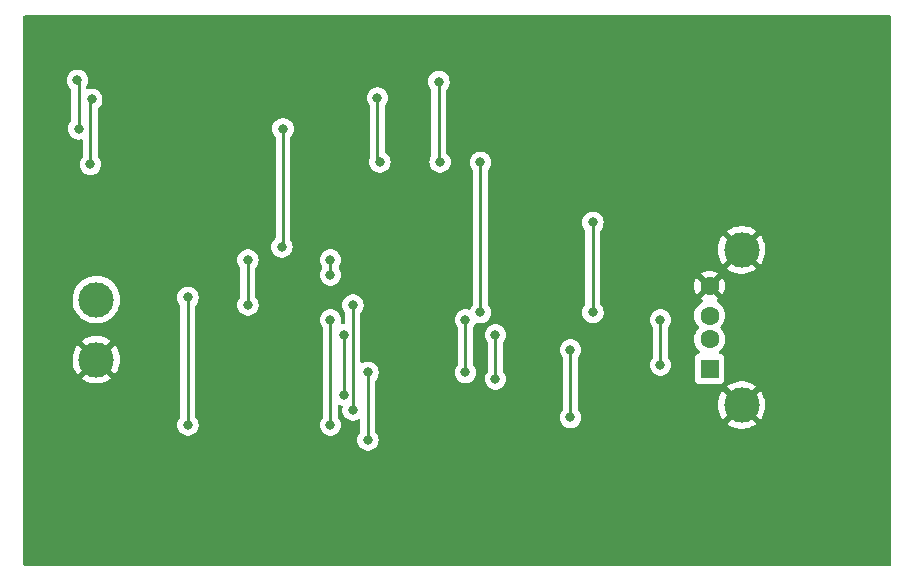
<source format=gbr>
%TF.GenerationSoftware,KiCad,Pcbnew,(6.0.4)*%
%TF.CreationDate,2022-04-27T22:38:45-07:00*%
%TF.ProjectId,SolarChargerV6,536f6c61-7243-4686-9172-67657256362e,rev?*%
%TF.SameCoordinates,Original*%
%TF.FileFunction,Copper,L2,Bot*%
%TF.FilePolarity,Positive*%
%FSLAX46Y46*%
G04 Gerber Fmt 4.6, Leading zero omitted, Abs format (unit mm)*
G04 Created by KiCad (PCBNEW (6.0.4)) date 2022-04-27 22:38:45*
%MOMM*%
%LPD*%
G01*
G04 APERTURE LIST*
%TA.AperFunction,ComponentPad*%
%ADD10C,3.000000*%
%TD*%
%TA.AperFunction,ComponentPad*%
%ADD11R,1.500000X1.600000*%
%TD*%
%TA.AperFunction,ComponentPad*%
%ADD12C,1.600000*%
%TD*%
%TA.AperFunction,ViaPad*%
%ADD13C,0.800000*%
%TD*%
%TA.AperFunction,Conductor*%
%ADD14C,0.250000*%
%TD*%
G04 APERTURE END LIST*
D10*
%TO.P,SC1,1,+*%
%TO.N,Net-(C1-Pad1)*%
X100200000Y-68760000D03*
%TO.P,SC1,2,-*%
%TO.N,GND*%
X100200000Y-73840000D03*
%TD*%
D11*
%TO.P,J1,1,VBUS*%
%TO.N,Net-(C7-Pad1)*%
X152120000Y-74620000D03*
D12*
%TO.P,J1,2,D-*%
%TO.N,unconnected-(J1-Pad2)*%
X152120000Y-72120000D03*
%TO.P,J1,3,D+*%
%TO.N,unconnected-(J1-Pad3)*%
X152120000Y-70120000D03*
%TO.P,J1,4,GND*%
%TO.N,GND*%
X152120000Y-67620000D03*
D10*
%TO.P,J1,5,Shield*%
X154830000Y-64550000D03*
X154830000Y-77690000D03*
%TD*%
D13*
%TO.N,GND*%
X97600000Y-73700000D03*
%TO.N,Net-(C4-Pad1)*%
X120015000Y-70485000D03*
X120015000Y-79375000D03*
%TO.N,Net-(C5-Pad1)*%
X140335000Y-78740000D03*
X140335000Y-73025000D03*
%TO.N,GND*%
X127000000Y-81915000D03*
X127000000Y-74205500D03*
X97600000Y-59800000D03*
X147320000Y-64770000D03*
X104140000Y-76835000D03*
X147320000Y-59690000D03*
X109855000Y-74930000D03*
X109855000Y-79375000D03*
X104140000Y-83820000D03*
X109855000Y-82550000D03*
%TO.N,Net-(C1-Pad1)*%
X116000000Y-54300000D03*
X115900000Y-64300000D03*
X107950000Y-79375000D03*
X107950000Y-68580000D03*
%TO.N,Net-(C2-Pad1)*%
X120015000Y-65405000D03*
X113030000Y-69215000D03*
X120015000Y-66675000D03*
X113030000Y-65405000D03*
%TO.N,Net-(R3-Pad1)*%
X123190000Y-74930000D03*
X131445000Y-70485000D03*
X131445000Y-74930000D03*
X123190000Y-80645000D03*
%TO.N,Net-(R4-Pad1)*%
X121920000Y-69215000D03*
X121920000Y-78105000D03*
%TO.N,Net-(C7-Pad1)*%
X142240000Y-62230000D03*
X147955000Y-70485000D03*
X142240000Y-69850000D03*
X147955000Y-74295000D03*
%TO.N,Net-(R6-Pad2)*%
X121195500Y-71755000D03*
X121195500Y-76835000D03*
%TO.N,Net-(C6-Pad1)*%
X132715000Y-69850000D03*
X132715000Y-57150000D03*
X124000000Y-51700000D03*
X99800000Y-51800000D03*
X99700000Y-57300000D03*
X124200000Y-57100000D03*
%TO.N,Net-(Q1-Pad4)*%
X133985000Y-71755000D03*
X133985000Y-75475500D03*
%TO.N,Net-(C6-Pad2)*%
X129200000Y-50300000D03*
X98700000Y-54300000D03*
X129300000Y-57100000D03*
X98600000Y-50200000D03*
%TD*%
D14*
%TO.N,GND*%
X97600000Y-59800000D02*
X97600000Y-73700000D01*
%TO.N,Net-(C4-Pad1)*%
X120015000Y-79375000D02*
X120015000Y-70485000D01*
%TO.N,Net-(C5-Pad1)*%
X140335000Y-78740000D02*
X140335000Y-73025000D01*
%TO.N,GND*%
X147320000Y-64770000D02*
X147320000Y-59690000D01*
X104140000Y-83820000D02*
X104140000Y-76835000D01*
X127000000Y-74205500D02*
X127000000Y-81915000D01*
X109855000Y-82550000D02*
X109855000Y-79375000D01*
X109855000Y-74930000D02*
X109855000Y-79375000D01*
%TO.N,Net-(C1-Pad1)*%
X107950000Y-79375000D02*
X107950000Y-68580000D01*
X116000000Y-54300000D02*
X116000000Y-64200000D01*
X116000000Y-64200000D02*
X115900000Y-64300000D01*
%TO.N,Net-(C2-Pad1)*%
X113030000Y-69215000D02*
X113030000Y-65405000D01*
X120015000Y-65405000D02*
X120015000Y-66675000D01*
%TO.N,Net-(R3-Pad1)*%
X131445000Y-74930000D02*
X131445000Y-70485000D01*
X123190000Y-80645000D02*
X123190000Y-74930000D01*
%TO.N,Net-(R4-Pad1)*%
X121920000Y-69215000D02*
X121920000Y-78105000D01*
%TO.N,Net-(C7-Pad1)*%
X142240000Y-62230000D02*
X142240000Y-69850000D01*
X147955000Y-74295000D02*
X147955000Y-70485000D01*
%TO.N,Net-(R6-Pad2)*%
X121195500Y-71755000D02*
X121195500Y-76835000D01*
%TO.N,Net-(C6-Pad1)*%
X124000000Y-51700000D02*
X124000000Y-56900000D01*
X132715000Y-69850000D02*
X132715000Y-57150000D01*
X99700000Y-57300000D02*
X99700000Y-51900000D01*
X124000000Y-56900000D02*
X124200000Y-57100000D01*
X99700000Y-51900000D02*
X99800000Y-51800000D01*
%TO.N,Net-(Q1-Pad4)*%
X133985000Y-71755000D02*
X133985000Y-75475500D01*
%TO.N,Net-(C6-Pad2)*%
X98700000Y-50300000D02*
X98600000Y-50200000D01*
X129200000Y-50300000D02*
X129200000Y-57000000D01*
X129200000Y-57000000D02*
X129300000Y-57100000D01*
X98700000Y-54300000D02*
X98700000Y-50300000D01*
%TD*%
%TA.AperFunction,Conductor*%
%TO.N,GND*%
G36*
X167433621Y-44728502D02*
G01*
X167480114Y-44782158D01*
X167491500Y-44834500D01*
X167491500Y-91165500D01*
X167471498Y-91233621D01*
X167417842Y-91280114D01*
X167365500Y-91291500D01*
X94134500Y-91291500D01*
X94066379Y-91271498D01*
X94019886Y-91217842D01*
X94008500Y-91165500D01*
X94008500Y-79375000D01*
X107036496Y-79375000D01*
X107037186Y-79381565D01*
X107053187Y-79533803D01*
X107056458Y-79564928D01*
X107115473Y-79746556D01*
X107210960Y-79911944D01*
X107338747Y-80053866D01*
X107493248Y-80166118D01*
X107499276Y-80168802D01*
X107499278Y-80168803D01*
X107661681Y-80241109D01*
X107667712Y-80243794D01*
X107761113Y-80263647D01*
X107848056Y-80282128D01*
X107848061Y-80282128D01*
X107854513Y-80283500D01*
X108045487Y-80283500D01*
X108051939Y-80282128D01*
X108051944Y-80282128D01*
X108138887Y-80263647D01*
X108232288Y-80243794D01*
X108238319Y-80241109D01*
X108400722Y-80168803D01*
X108400724Y-80168802D01*
X108406752Y-80166118D01*
X108561253Y-80053866D01*
X108689040Y-79911944D01*
X108784527Y-79746556D01*
X108843542Y-79564928D01*
X108846814Y-79533803D01*
X108862814Y-79381565D01*
X108863504Y-79375000D01*
X119101496Y-79375000D01*
X119102186Y-79381565D01*
X119118187Y-79533803D01*
X119121458Y-79564928D01*
X119180473Y-79746556D01*
X119275960Y-79911944D01*
X119403747Y-80053866D01*
X119558248Y-80166118D01*
X119564276Y-80168802D01*
X119564278Y-80168803D01*
X119726681Y-80241109D01*
X119732712Y-80243794D01*
X119826113Y-80263647D01*
X119913056Y-80282128D01*
X119913061Y-80282128D01*
X119919513Y-80283500D01*
X120110487Y-80283500D01*
X120116939Y-80282128D01*
X120116944Y-80282128D01*
X120203887Y-80263647D01*
X120297288Y-80243794D01*
X120303319Y-80241109D01*
X120465722Y-80168803D01*
X120465724Y-80168802D01*
X120471752Y-80166118D01*
X120626253Y-80053866D01*
X120754040Y-79911944D01*
X120849527Y-79746556D01*
X120908542Y-79564928D01*
X120911814Y-79533803D01*
X120927814Y-79381565D01*
X120928504Y-79375000D01*
X120908542Y-79185072D01*
X120849527Y-79003444D01*
X120754040Y-78838056D01*
X120680863Y-78756785D01*
X120650147Y-78692779D01*
X120648500Y-78672476D01*
X120648500Y-77779960D01*
X120668502Y-77711839D01*
X120722158Y-77665346D01*
X120792432Y-77655242D01*
X120825748Y-77664853D01*
X120853454Y-77677188D01*
X120888890Y-77692965D01*
X120913212Y-77703794D01*
X120919667Y-77705166D01*
X120919676Y-77705169D01*
X120946478Y-77710866D01*
X121008951Y-77744594D01*
X121043272Y-77806744D01*
X121040113Y-77873046D01*
X121026458Y-77915072D01*
X121006496Y-78105000D01*
X121007186Y-78111565D01*
X121018055Y-78214974D01*
X121026458Y-78294928D01*
X121085473Y-78476556D01*
X121180960Y-78641944D01*
X121308747Y-78783866D01*
X121463248Y-78896118D01*
X121469276Y-78898802D01*
X121469278Y-78898803D01*
X121631681Y-78971109D01*
X121637712Y-78973794D01*
X121731113Y-78993647D01*
X121818056Y-79012128D01*
X121818061Y-79012128D01*
X121824513Y-79013500D01*
X122015487Y-79013500D01*
X122021939Y-79012128D01*
X122021944Y-79012128D01*
X122108887Y-78993647D01*
X122202288Y-78973794D01*
X122226656Y-78962945D01*
X122376752Y-78896118D01*
X122377677Y-78898196D01*
X122436488Y-78883924D01*
X122503581Y-78907141D01*
X122547472Y-78962945D01*
X122556500Y-79009782D01*
X122556500Y-79942476D01*
X122536498Y-80010597D01*
X122524142Y-80026779D01*
X122450960Y-80108056D01*
X122355473Y-80273444D01*
X122296458Y-80455072D01*
X122276496Y-80645000D01*
X122296458Y-80834928D01*
X122355473Y-81016556D01*
X122450960Y-81181944D01*
X122578747Y-81323866D01*
X122733248Y-81436118D01*
X122739276Y-81438802D01*
X122739278Y-81438803D01*
X122901681Y-81511109D01*
X122907712Y-81513794D01*
X123001112Y-81533647D01*
X123088056Y-81552128D01*
X123088061Y-81552128D01*
X123094513Y-81553500D01*
X123285487Y-81553500D01*
X123291939Y-81552128D01*
X123291944Y-81552128D01*
X123378888Y-81533647D01*
X123472288Y-81513794D01*
X123478319Y-81511109D01*
X123640722Y-81438803D01*
X123640724Y-81438802D01*
X123646752Y-81436118D01*
X123801253Y-81323866D01*
X123929040Y-81181944D01*
X124024527Y-81016556D01*
X124083542Y-80834928D01*
X124103504Y-80645000D01*
X124083542Y-80455072D01*
X124024527Y-80273444D01*
X123929040Y-80108056D01*
X123855863Y-80026785D01*
X123825147Y-79962779D01*
X123823500Y-79942476D01*
X123823500Y-78740000D01*
X139421496Y-78740000D01*
X139422186Y-78746565D01*
X139438187Y-78898803D01*
X139441458Y-78929928D01*
X139500473Y-79111556D01*
X139595960Y-79276944D01*
X139723747Y-79418866D01*
X139878248Y-79531118D01*
X139884276Y-79533802D01*
X139884278Y-79533803D01*
X140046681Y-79606109D01*
X140052712Y-79608794D01*
X140146113Y-79628647D01*
X140233056Y-79647128D01*
X140233061Y-79647128D01*
X140239513Y-79648500D01*
X140430487Y-79648500D01*
X140436939Y-79647128D01*
X140436944Y-79647128D01*
X140523887Y-79628647D01*
X140617288Y-79608794D01*
X140623319Y-79606109D01*
X140785722Y-79533803D01*
X140785724Y-79533802D01*
X140791752Y-79531118D01*
X140946253Y-79418866D01*
X141071600Y-79279654D01*
X153605618Y-79279654D01*
X153612673Y-79289627D01*
X153643679Y-79315551D01*
X153650598Y-79320579D01*
X153875272Y-79461515D01*
X153882807Y-79465556D01*
X154124520Y-79574694D01*
X154132551Y-79577680D01*
X154386832Y-79653002D01*
X154395184Y-79654869D01*
X154657340Y-79694984D01*
X154665874Y-79695700D01*
X154931045Y-79699867D01*
X154939596Y-79699418D01*
X155202883Y-79667557D01*
X155211284Y-79665955D01*
X155467824Y-79598653D01*
X155475926Y-79595926D01*
X155720949Y-79494434D01*
X155728617Y-79490628D01*
X155957598Y-79356822D01*
X155964679Y-79352009D01*
X156044655Y-79289301D01*
X156053125Y-79277442D01*
X156046608Y-79265818D01*
X154842812Y-78062022D01*
X154828868Y-78054408D01*
X154827035Y-78054539D01*
X154820420Y-78058790D01*
X153612910Y-79266300D01*
X153605618Y-79279654D01*
X141071600Y-79279654D01*
X141074040Y-79276944D01*
X141169527Y-79111556D01*
X141228542Y-78929928D01*
X141231814Y-78898803D01*
X141247814Y-78746565D01*
X141248504Y-78740000D01*
X141228542Y-78550072D01*
X141169527Y-78368444D01*
X141074040Y-78203056D01*
X141000863Y-78121785D01*
X140970147Y-78057779D01*
X140968500Y-78037476D01*
X140968500Y-77673204D01*
X152817665Y-77673204D01*
X152832932Y-77937969D01*
X152834005Y-77946470D01*
X152885065Y-78206722D01*
X152887276Y-78214974D01*
X152973184Y-78465894D01*
X152976499Y-78473779D01*
X153095664Y-78710713D01*
X153100020Y-78718079D01*
X153229347Y-78906250D01*
X153239601Y-78914594D01*
X153253342Y-78907448D01*
X154457978Y-77702812D01*
X154464356Y-77691132D01*
X155194408Y-77691132D01*
X155194539Y-77692965D01*
X155198790Y-77699580D01*
X156405730Y-78906520D01*
X156417939Y-78913187D01*
X156429439Y-78904497D01*
X156526831Y-78771913D01*
X156531418Y-78764685D01*
X156657962Y-78531621D01*
X156661530Y-78523827D01*
X156755271Y-78275750D01*
X156757748Y-78267544D01*
X156816954Y-78009038D01*
X156818294Y-78000577D01*
X156842031Y-77734616D01*
X156842277Y-77729677D01*
X156842666Y-77692485D01*
X156842523Y-77687519D01*
X156824362Y-77421123D01*
X156823201Y-77412649D01*
X156769419Y-77152944D01*
X156767120Y-77144709D01*
X156678588Y-76894705D01*
X156675191Y-76886854D01*
X156553550Y-76651178D01*
X156549122Y-76643866D01*
X156430031Y-76474417D01*
X156419509Y-76466037D01*
X156406121Y-76473089D01*
X155202022Y-77677188D01*
X155194408Y-77691132D01*
X154464356Y-77691132D01*
X154465592Y-77688868D01*
X154465461Y-77687035D01*
X154461210Y-77680420D01*
X153253814Y-76473024D01*
X153241804Y-76466466D01*
X153230064Y-76475434D01*
X153121935Y-76625911D01*
X153117418Y-76633196D01*
X152993325Y-76867567D01*
X152989839Y-76875395D01*
X152898700Y-77124446D01*
X152896311Y-77132670D01*
X152839812Y-77391795D01*
X152838563Y-77400250D01*
X152817754Y-77664653D01*
X152817665Y-77673204D01*
X140968500Y-77673204D01*
X140968500Y-76102500D01*
X153606584Y-76102500D01*
X153612980Y-76113770D01*
X154817188Y-77317978D01*
X154831132Y-77325592D01*
X154832965Y-77325461D01*
X154839580Y-77321210D01*
X156046604Y-76114186D01*
X156053795Y-76101017D01*
X156046473Y-76090780D01*
X155999233Y-76052115D01*
X155992261Y-76047160D01*
X155766122Y-75908582D01*
X155758552Y-75904624D01*
X155515704Y-75798022D01*
X155507644Y-75795120D01*
X155252592Y-75722467D01*
X155244214Y-75720685D01*
X154981656Y-75683318D01*
X154973111Y-75682691D01*
X154707908Y-75681302D01*
X154699374Y-75681839D01*
X154436433Y-75716456D01*
X154428035Y-75718149D01*
X154172238Y-75788127D01*
X154164143Y-75790946D01*
X153920199Y-75894997D01*
X153912577Y-75898881D01*
X153685013Y-76035075D01*
X153677981Y-76039962D01*
X153615053Y-76090377D01*
X153606584Y-76102500D01*
X140968500Y-76102500D01*
X140968500Y-74295000D01*
X147041496Y-74295000D01*
X147061458Y-74484928D01*
X147120473Y-74666556D01*
X147215960Y-74831944D01*
X147343747Y-74973866D01*
X147498248Y-75086118D01*
X147504276Y-75088802D01*
X147504278Y-75088803D01*
X147666681Y-75161109D01*
X147672712Y-75163794D01*
X147766113Y-75183647D01*
X147853056Y-75202128D01*
X147853061Y-75202128D01*
X147859513Y-75203500D01*
X148050487Y-75203500D01*
X148056939Y-75202128D01*
X148056944Y-75202128D01*
X148143887Y-75183647D01*
X148237288Y-75163794D01*
X148243319Y-75161109D01*
X148405722Y-75088803D01*
X148405724Y-75088802D01*
X148411752Y-75086118D01*
X148566253Y-74973866D01*
X148694040Y-74831944D01*
X148789527Y-74666556D01*
X148848542Y-74484928D01*
X148868504Y-74295000D01*
X148853325Y-74150577D01*
X148849232Y-74111635D01*
X148849232Y-74111633D01*
X148848542Y-74105072D01*
X148789527Y-73923444D01*
X148694040Y-73758056D01*
X148620863Y-73676785D01*
X148590147Y-73612779D01*
X148588500Y-73592476D01*
X148588500Y-72120000D01*
X150806502Y-72120000D01*
X150826457Y-72348087D01*
X150827881Y-72353400D01*
X150827881Y-72353402D01*
X150850341Y-72437221D01*
X150885716Y-72569243D01*
X150888039Y-72574224D01*
X150888039Y-72574225D01*
X150980151Y-72771762D01*
X150980154Y-72771767D01*
X150982477Y-72776749D01*
X151113802Y-72964300D01*
X151272642Y-73123140D01*
X151306668Y-73185452D01*
X151301603Y-73256267D01*
X151259056Y-73313103D01*
X151227777Y-73330216D01*
X151181362Y-73347617D01*
X151131705Y-73366232D01*
X151131704Y-73366233D01*
X151123295Y-73369385D01*
X151006739Y-73456739D01*
X150919385Y-73573295D01*
X150868255Y-73709684D01*
X150861500Y-73771866D01*
X150861500Y-75468134D01*
X150868255Y-75530316D01*
X150919385Y-75666705D01*
X151006739Y-75783261D01*
X151123295Y-75870615D01*
X151259684Y-75921745D01*
X151321866Y-75928500D01*
X152918134Y-75928500D01*
X152980316Y-75921745D01*
X153116705Y-75870615D01*
X153233261Y-75783261D01*
X153320615Y-75666705D01*
X153371745Y-75530316D01*
X153378500Y-75468134D01*
X153378500Y-73771866D01*
X153371745Y-73709684D01*
X153320615Y-73573295D01*
X153233261Y-73456739D01*
X153116705Y-73369385D01*
X153108296Y-73366233D01*
X153108295Y-73366232D01*
X153058638Y-73347617D01*
X153012223Y-73330217D01*
X152955459Y-73287576D01*
X152930759Y-73221015D01*
X152945966Y-73151666D01*
X152967358Y-73123140D01*
X153126198Y-72964300D01*
X153257523Y-72776749D01*
X153259846Y-72771767D01*
X153259849Y-72771762D01*
X153351961Y-72574225D01*
X153351961Y-72574224D01*
X153354284Y-72569243D01*
X153389660Y-72437221D01*
X153412119Y-72353402D01*
X153412119Y-72353400D01*
X153413543Y-72348087D01*
X153433498Y-72120000D01*
X153413543Y-71891913D01*
X153412119Y-71886598D01*
X153355707Y-71676067D01*
X153355706Y-71676065D01*
X153354284Y-71670757D01*
X153302075Y-71558794D01*
X153259849Y-71468238D01*
X153259846Y-71468233D01*
X153257523Y-71463251D01*
X153126198Y-71275700D01*
X153059593Y-71209095D01*
X153025567Y-71146783D01*
X153030632Y-71075968D01*
X153059593Y-71030905D01*
X153126198Y-70964300D01*
X153257523Y-70776749D01*
X153259846Y-70771767D01*
X153259849Y-70771762D01*
X153351961Y-70574225D01*
X153351961Y-70574224D01*
X153354284Y-70569243D01*
X153363192Y-70536000D01*
X153412119Y-70353402D01*
X153412119Y-70353400D01*
X153413543Y-70348087D01*
X153433498Y-70120000D01*
X153413543Y-69891913D01*
X153407446Y-69869158D01*
X153355707Y-69676067D01*
X153355706Y-69676065D01*
X153354284Y-69670757D01*
X153328847Y-69616206D01*
X153259849Y-69468238D01*
X153259846Y-69468233D01*
X153257523Y-69463251D01*
X153132786Y-69285108D01*
X153129357Y-69280211D01*
X153129355Y-69280208D01*
X153126198Y-69275700D01*
X152964300Y-69113802D01*
X152959792Y-69110645D01*
X152959789Y-69110643D01*
X152781253Y-68985631D01*
X152776749Y-68982477D01*
X152771765Y-68980153D01*
X152769472Y-68978829D01*
X152720479Y-68927447D01*
X152707043Y-68857733D01*
X152733429Y-68791822D01*
X152769472Y-68760591D01*
X152781002Y-68753934D01*
X152833048Y-68717491D01*
X152841424Y-68707012D01*
X152834356Y-68693566D01*
X152132812Y-67992022D01*
X152118868Y-67984408D01*
X152117035Y-67984539D01*
X152110420Y-67988790D01*
X151404923Y-68694287D01*
X151398493Y-68706062D01*
X151407789Y-68718077D01*
X151458998Y-68753934D01*
X151470528Y-68760591D01*
X151519521Y-68811973D01*
X151532958Y-68881687D01*
X151506571Y-68947598D01*
X151470528Y-68978829D01*
X151468235Y-68980153D01*
X151463251Y-68982477D01*
X151458747Y-68985631D01*
X151280211Y-69110643D01*
X151280208Y-69110645D01*
X151275700Y-69113802D01*
X151113802Y-69275700D01*
X151110645Y-69280208D01*
X151110643Y-69280211D01*
X151107214Y-69285108D01*
X150982477Y-69463251D01*
X150980154Y-69468233D01*
X150980151Y-69468238D01*
X150911153Y-69616206D01*
X150885716Y-69670757D01*
X150884294Y-69676065D01*
X150884293Y-69676067D01*
X150832554Y-69869158D01*
X150826457Y-69891913D01*
X150806502Y-70120000D01*
X150826457Y-70348087D01*
X150827881Y-70353400D01*
X150827881Y-70353402D01*
X150876809Y-70536000D01*
X150885716Y-70569243D01*
X150888039Y-70574224D01*
X150888039Y-70574225D01*
X150980151Y-70771762D01*
X150980154Y-70771767D01*
X150982477Y-70776749D01*
X151113802Y-70964300D01*
X151180407Y-71030905D01*
X151214433Y-71093217D01*
X151209368Y-71164032D01*
X151180407Y-71209095D01*
X151113802Y-71275700D01*
X150982477Y-71463251D01*
X150980154Y-71468233D01*
X150980151Y-71468238D01*
X150937925Y-71558794D01*
X150885716Y-71670757D01*
X150884294Y-71676065D01*
X150884293Y-71676067D01*
X150827881Y-71886598D01*
X150826457Y-71891913D01*
X150806502Y-72120000D01*
X148588500Y-72120000D01*
X148588500Y-71187524D01*
X148608502Y-71119403D01*
X148620858Y-71103221D01*
X148694040Y-71021944D01*
X148789527Y-70856556D01*
X148848542Y-70674928D01*
X148849439Y-70666399D01*
X148867814Y-70491565D01*
X148868504Y-70485000D01*
X148862433Y-70427237D01*
X148849232Y-70301635D01*
X148849232Y-70301633D01*
X148848542Y-70295072D01*
X148789527Y-70113444D01*
X148694040Y-69948056D01*
X148648744Y-69897749D01*
X148570675Y-69811045D01*
X148570674Y-69811044D01*
X148566253Y-69806134D01*
X148411752Y-69693882D01*
X148405724Y-69691198D01*
X148405722Y-69691197D01*
X148243319Y-69618891D01*
X148243318Y-69618891D01*
X148237288Y-69616206D01*
X148124721Y-69592279D01*
X148056944Y-69577872D01*
X148056939Y-69577872D01*
X148050487Y-69576500D01*
X147859513Y-69576500D01*
X147853061Y-69577872D01*
X147853056Y-69577872D01*
X147785279Y-69592279D01*
X147672712Y-69616206D01*
X147666682Y-69618891D01*
X147666681Y-69618891D01*
X147504278Y-69691197D01*
X147504276Y-69691198D01*
X147498248Y-69693882D01*
X147343747Y-69806134D01*
X147339326Y-69811044D01*
X147339325Y-69811045D01*
X147261257Y-69897749D01*
X147215960Y-69948056D01*
X147120473Y-70113444D01*
X147061458Y-70295072D01*
X147060768Y-70301633D01*
X147060768Y-70301635D01*
X147047567Y-70427237D01*
X147041496Y-70485000D01*
X147042186Y-70491565D01*
X147060562Y-70666399D01*
X147061458Y-70674928D01*
X147120473Y-70856556D01*
X147215960Y-71021944D01*
X147289137Y-71103215D01*
X147319853Y-71167221D01*
X147321500Y-71187524D01*
X147321500Y-73592476D01*
X147301498Y-73660597D01*
X147289142Y-73676779D01*
X147215960Y-73758056D01*
X147120473Y-73923444D01*
X147061458Y-74105072D01*
X147060768Y-74111633D01*
X147060768Y-74111635D01*
X147056675Y-74150577D01*
X147041496Y-74295000D01*
X140968500Y-74295000D01*
X140968500Y-73727524D01*
X140988502Y-73659403D01*
X141000858Y-73643221D01*
X141074040Y-73561944D01*
X141169527Y-73396556D01*
X141228542Y-73214928D01*
X141248504Y-73025000D01*
X141228542Y-72835072D01*
X141169527Y-72653444D01*
X141152002Y-72623089D01*
X141077341Y-72493774D01*
X141074040Y-72488056D01*
X140946253Y-72346134D01*
X140832889Y-72263770D01*
X140797094Y-72237763D01*
X140797093Y-72237762D01*
X140791752Y-72233882D01*
X140785724Y-72231198D01*
X140785722Y-72231197D01*
X140623319Y-72158891D01*
X140623318Y-72158891D01*
X140617288Y-72156206D01*
X140504721Y-72132279D01*
X140436944Y-72117872D01*
X140436939Y-72117872D01*
X140430487Y-72116500D01*
X140239513Y-72116500D01*
X140233061Y-72117872D01*
X140233056Y-72117872D01*
X140165279Y-72132279D01*
X140052712Y-72156206D01*
X140046682Y-72158891D01*
X140046681Y-72158891D01*
X139884278Y-72231197D01*
X139884276Y-72231198D01*
X139878248Y-72233882D01*
X139872907Y-72237762D01*
X139872906Y-72237763D01*
X139837111Y-72263770D01*
X139723747Y-72346134D01*
X139595960Y-72488056D01*
X139592659Y-72493774D01*
X139517999Y-72623089D01*
X139500473Y-72653444D01*
X139441458Y-72835072D01*
X139421496Y-73025000D01*
X139441458Y-73214928D01*
X139500473Y-73396556D01*
X139595960Y-73561944D01*
X139669137Y-73643215D01*
X139699853Y-73707221D01*
X139701500Y-73727524D01*
X139701500Y-78037476D01*
X139681498Y-78105597D01*
X139669142Y-78121779D01*
X139595960Y-78203056D01*
X139500473Y-78368444D01*
X139441458Y-78550072D01*
X139421496Y-78740000D01*
X123823500Y-78740000D01*
X123823500Y-75632524D01*
X123843502Y-75564403D01*
X123855858Y-75548221D01*
X123929040Y-75466944D01*
X124024527Y-75301556D01*
X124083542Y-75119928D01*
X124084562Y-75110229D01*
X124102814Y-74936565D01*
X124103504Y-74930000D01*
X130531496Y-74930000D01*
X130532186Y-74936565D01*
X130550439Y-75110229D01*
X130551458Y-75119928D01*
X130610473Y-75301556D01*
X130705960Y-75466944D01*
X130710375Y-75471847D01*
X130710379Y-75471852D01*
X130741866Y-75506822D01*
X130833747Y-75608866D01*
X130988248Y-75721118D01*
X130994276Y-75723802D01*
X130994278Y-75723803D01*
X131127824Y-75783261D01*
X131162712Y-75798794D01*
X131256112Y-75818647D01*
X131343056Y-75837128D01*
X131343061Y-75837128D01*
X131349513Y-75838500D01*
X131540487Y-75838500D01*
X131546939Y-75837128D01*
X131546944Y-75837128D01*
X131633888Y-75818647D01*
X131727288Y-75798794D01*
X131762176Y-75783261D01*
X131895722Y-75723803D01*
X131895724Y-75723802D01*
X131901752Y-75721118D01*
X132056253Y-75608866D01*
X132148134Y-75506822D01*
X132176336Y-75475500D01*
X133071496Y-75475500D01*
X133072186Y-75482065D01*
X133090709Y-75658297D01*
X133091458Y-75665428D01*
X133150473Y-75847056D01*
X133245960Y-76012444D01*
X133373747Y-76154366D01*
X133528248Y-76266618D01*
X133534276Y-76269302D01*
X133534278Y-76269303D01*
X133696681Y-76341609D01*
X133702712Y-76344294D01*
X133796112Y-76364147D01*
X133883056Y-76382628D01*
X133883061Y-76382628D01*
X133889513Y-76384000D01*
X134080487Y-76384000D01*
X134086939Y-76382628D01*
X134086944Y-76382628D01*
X134173888Y-76364147D01*
X134267288Y-76344294D01*
X134273319Y-76341609D01*
X134435722Y-76269303D01*
X134435724Y-76269302D01*
X134441752Y-76266618D01*
X134596253Y-76154366D01*
X134724040Y-76012444D01*
X134819527Y-75847056D01*
X134878542Y-75665428D01*
X134879292Y-75658297D01*
X134897814Y-75482065D01*
X134898504Y-75475500D01*
X134892231Y-75415818D01*
X134879232Y-75292135D01*
X134879232Y-75292133D01*
X134878542Y-75285572D01*
X134819527Y-75103944D01*
X134806995Y-75082237D01*
X134727341Y-74944274D01*
X134724040Y-74938556D01*
X134650863Y-74857285D01*
X134620147Y-74793279D01*
X134618500Y-74772976D01*
X134618500Y-72457524D01*
X134638502Y-72389403D01*
X134650858Y-72373221D01*
X134724040Y-72291944D01*
X134819527Y-72126556D01*
X134878542Y-71944928D01*
X134890339Y-71832691D01*
X134897814Y-71761565D01*
X134898504Y-71755000D01*
X134878542Y-71565072D01*
X134819527Y-71383444D01*
X134724040Y-71218056D01*
X134715972Y-71209095D01*
X134600675Y-71081045D01*
X134600674Y-71081044D01*
X134596253Y-71076134D01*
X134441752Y-70963882D01*
X134435724Y-70961198D01*
X134435722Y-70961197D01*
X134273319Y-70888891D01*
X134273318Y-70888891D01*
X134267288Y-70886206D01*
X134154712Y-70862277D01*
X134086944Y-70847872D01*
X134086939Y-70847872D01*
X134080487Y-70846500D01*
X133889513Y-70846500D01*
X133883061Y-70847872D01*
X133883056Y-70847872D01*
X133815288Y-70862277D01*
X133702712Y-70886206D01*
X133696682Y-70888891D01*
X133696681Y-70888891D01*
X133534278Y-70961197D01*
X133534276Y-70961198D01*
X133528248Y-70963882D01*
X133373747Y-71076134D01*
X133369326Y-71081044D01*
X133369325Y-71081045D01*
X133254029Y-71209095D01*
X133245960Y-71218056D01*
X133150473Y-71383444D01*
X133091458Y-71565072D01*
X133071496Y-71755000D01*
X133072186Y-71761565D01*
X133079662Y-71832691D01*
X133091458Y-71944928D01*
X133150473Y-72126556D01*
X133245960Y-72291944D01*
X133319137Y-72373215D01*
X133349853Y-72437221D01*
X133351500Y-72457524D01*
X133351500Y-74772976D01*
X133331498Y-74841097D01*
X133319142Y-74857279D01*
X133245960Y-74938556D01*
X133242659Y-74944274D01*
X133163006Y-75082237D01*
X133150473Y-75103944D01*
X133091458Y-75285572D01*
X133090768Y-75292133D01*
X133090768Y-75292135D01*
X133077769Y-75415818D01*
X133071496Y-75475500D01*
X132176336Y-75475500D01*
X132179621Y-75471852D01*
X132179625Y-75471847D01*
X132184040Y-75466944D01*
X132279527Y-75301556D01*
X132338542Y-75119928D01*
X132339562Y-75110229D01*
X132357814Y-74936565D01*
X132358504Y-74930000D01*
X132338542Y-74740072D01*
X132279527Y-74558444D01*
X132184040Y-74393056D01*
X132110863Y-74311785D01*
X132080147Y-74247779D01*
X132078500Y-74227476D01*
X132078500Y-71187524D01*
X132098502Y-71119403D01*
X132110858Y-71103221D01*
X132184040Y-71021944D01*
X132279527Y-70856556D01*
X132282795Y-70846500D01*
X132296235Y-70805135D01*
X132336309Y-70746530D01*
X132401706Y-70718893D01*
X132442265Y-70720825D01*
X132613056Y-70757128D01*
X132613061Y-70757128D01*
X132619513Y-70758500D01*
X132810487Y-70758500D01*
X132816939Y-70757128D01*
X132816944Y-70757128D01*
X132914247Y-70736445D01*
X132997288Y-70718794D01*
X133081706Y-70681209D01*
X133165722Y-70643803D01*
X133165724Y-70643802D01*
X133171752Y-70641118D01*
X133326253Y-70528866D01*
X133454040Y-70386944D01*
X133528056Y-70258745D01*
X133546223Y-70227279D01*
X133546224Y-70227278D01*
X133549527Y-70221556D01*
X133608542Y-70039928D01*
X133611303Y-70013664D01*
X133627814Y-69856565D01*
X133628504Y-69850000D01*
X141326496Y-69850000D01*
X141327186Y-69856565D01*
X141343698Y-70013664D01*
X141346458Y-70039928D01*
X141405473Y-70221556D01*
X141408776Y-70227278D01*
X141408777Y-70227279D01*
X141426944Y-70258745D01*
X141500960Y-70386944D01*
X141628747Y-70528866D01*
X141783248Y-70641118D01*
X141789276Y-70643802D01*
X141789278Y-70643803D01*
X141873294Y-70681209D01*
X141957712Y-70718794D01*
X142040753Y-70736445D01*
X142138056Y-70757128D01*
X142138061Y-70757128D01*
X142144513Y-70758500D01*
X142335487Y-70758500D01*
X142341939Y-70757128D01*
X142341944Y-70757128D01*
X142439247Y-70736445D01*
X142522288Y-70718794D01*
X142606706Y-70681209D01*
X142690722Y-70643803D01*
X142690724Y-70643802D01*
X142696752Y-70641118D01*
X142851253Y-70528866D01*
X142979040Y-70386944D01*
X143053056Y-70258745D01*
X143071223Y-70227279D01*
X143071224Y-70227278D01*
X143074527Y-70221556D01*
X143133542Y-70039928D01*
X143136303Y-70013664D01*
X143152814Y-69856565D01*
X143153504Y-69850000D01*
X143142597Y-69746226D01*
X143134232Y-69666635D01*
X143134232Y-69666633D01*
X143133542Y-69660072D01*
X143074527Y-69478444D01*
X142979040Y-69313056D01*
X142905863Y-69231785D01*
X142875147Y-69167779D01*
X142873500Y-69147476D01*
X142873500Y-67625475D01*
X150807483Y-67625475D01*
X150826472Y-67842519D01*
X150828375Y-67853312D01*
X150884764Y-68063761D01*
X150888510Y-68074053D01*
X150980586Y-68271511D01*
X150986069Y-68281006D01*
X151022509Y-68333048D01*
X151032988Y-68341424D01*
X151046434Y-68334356D01*
X151747978Y-67632812D01*
X151754356Y-67621132D01*
X152484408Y-67621132D01*
X152484539Y-67622965D01*
X152488790Y-67629580D01*
X153194287Y-68335077D01*
X153206062Y-68341507D01*
X153218077Y-68332211D01*
X153253931Y-68281006D01*
X153259414Y-68271511D01*
X153351490Y-68074053D01*
X153355236Y-68063761D01*
X153411625Y-67853312D01*
X153413528Y-67842519D01*
X153432517Y-67625475D01*
X153432517Y-67614525D01*
X153413528Y-67397481D01*
X153411625Y-67386688D01*
X153355236Y-67176239D01*
X153351490Y-67165947D01*
X153259414Y-66968489D01*
X153253931Y-66958994D01*
X153217491Y-66906952D01*
X153207012Y-66898576D01*
X153193566Y-66905644D01*
X152492022Y-67607188D01*
X152484408Y-67621132D01*
X151754356Y-67621132D01*
X151755592Y-67618868D01*
X151755461Y-67617035D01*
X151751210Y-67610420D01*
X151045713Y-66904923D01*
X151033938Y-66898493D01*
X151021923Y-66907789D01*
X150986069Y-66958994D01*
X150980586Y-66968489D01*
X150888510Y-67165947D01*
X150884764Y-67176239D01*
X150828375Y-67386688D01*
X150826472Y-67397481D01*
X150807483Y-67614525D01*
X150807483Y-67625475D01*
X142873500Y-67625475D01*
X142873500Y-66532988D01*
X151398576Y-66532988D01*
X151405644Y-66546434D01*
X152107188Y-67247978D01*
X152121132Y-67255592D01*
X152122965Y-67255461D01*
X152129580Y-67251210D01*
X152835077Y-66545713D01*
X152841507Y-66533938D01*
X152832211Y-66521923D01*
X152781006Y-66486069D01*
X152771511Y-66480586D01*
X152574053Y-66388510D01*
X152563761Y-66384764D01*
X152353312Y-66328375D01*
X152342519Y-66326472D01*
X152125475Y-66307483D01*
X152114525Y-66307483D01*
X151897481Y-66326472D01*
X151886688Y-66328375D01*
X151676239Y-66384764D01*
X151665947Y-66388510D01*
X151468489Y-66480586D01*
X151458994Y-66486069D01*
X151406952Y-66522509D01*
X151398576Y-66532988D01*
X142873500Y-66532988D01*
X142873500Y-66139654D01*
X153605618Y-66139654D01*
X153612673Y-66149627D01*
X153643679Y-66175551D01*
X153650598Y-66180579D01*
X153875272Y-66321515D01*
X153882807Y-66325556D01*
X154124520Y-66434694D01*
X154132551Y-66437680D01*
X154386832Y-66513002D01*
X154395184Y-66514869D01*
X154657340Y-66554984D01*
X154665874Y-66555700D01*
X154931045Y-66559867D01*
X154939596Y-66559418D01*
X155202883Y-66527557D01*
X155211284Y-66525955D01*
X155467824Y-66458653D01*
X155475926Y-66455926D01*
X155720949Y-66354434D01*
X155728617Y-66350628D01*
X155957598Y-66216822D01*
X155964679Y-66212009D01*
X156044655Y-66149301D01*
X156053125Y-66137442D01*
X156046608Y-66125818D01*
X154842812Y-64922022D01*
X154828868Y-64914408D01*
X154827035Y-64914539D01*
X154820420Y-64918790D01*
X153612910Y-66126300D01*
X153605618Y-66139654D01*
X142873500Y-66139654D01*
X142873500Y-64533204D01*
X152817665Y-64533204D01*
X152832932Y-64797969D01*
X152834005Y-64806470D01*
X152885065Y-65066722D01*
X152887276Y-65074974D01*
X152973184Y-65325894D01*
X152976499Y-65333779D01*
X153095664Y-65570713D01*
X153100020Y-65578079D01*
X153229347Y-65766250D01*
X153239601Y-65774594D01*
X153253342Y-65767448D01*
X154457978Y-64562812D01*
X154464356Y-64551132D01*
X155194408Y-64551132D01*
X155194539Y-64552965D01*
X155198790Y-64559580D01*
X156405730Y-65766520D01*
X156417939Y-65773187D01*
X156429439Y-65764497D01*
X156526831Y-65631913D01*
X156531418Y-65624685D01*
X156657962Y-65391621D01*
X156661530Y-65383827D01*
X156755271Y-65135750D01*
X156757748Y-65127544D01*
X156816954Y-64869038D01*
X156818294Y-64860577D01*
X156842031Y-64594616D01*
X156842277Y-64589677D01*
X156842666Y-64552485D01*
X156842523Y-64547519D01*
X156824362Y-64281123D01*
X156823201Y-64272649D01*
X156769419Y-64012944D01*
X156767120Y-64004709D01*
X156678588Y-63754705D01*
X156675191Y-63746854D01*
X156553550Y-63511178D01*
X156549122Y-63503866D01*
X156430031Y-63334417D01*
X156419509Y-63326037D01*
X156406121Y-63333089D01*
X155202022Y-64537188D01*
X155194408Y-64551132D01*
X154464356Y-64551132D01*
X154465592Y-64548868D01*
X154465461Y-64547035D01*
X154461210Y-64540420D01*
X153253814Y-63333024D01*
X153241804Y-63326466D01*
X153230064Y-63335434D01*
X153121935Y-63485911D01*
X153117418Y-63493196D01*
X152993325Y-63727567D01*
X152989839Y-63735395D01*
X152898700Y-63984446D01*
X152896311Y-63992670D01*
X152839812Y-64251795D01*
X152838563Y-64260250D01*
X152817754Y-64524653D01*
X152817665Y-64533204D01*
X142873500Y-64533204D01*
X142873500Y-62962500D01*
X153606584Y-62962500D01*
X153612980Y-62973770D01*
X154817188Y-64177978D01*
X154831132Y-64185592D01*
X154832965Y-64185461D01*
X154839580Y-64181210D01*
X156046604Y-62974186D01*
X156053795Y-62961017D01*
X156046473Y-62950780D01*
X155999233Y-62912115D01*
X155992261Y-62907160D01*
X155766122Y-62768582D01*
X155758552Y-62764624D01*
X155515704Y-62658022D01*
X155507644Y-62655120D01*
X155252592Y-62582467D01*
X155244214Y-62580685D01*
X154981656Y-62543318D01*
X154973111Y-62542691D01*
X154707908Y-62541302D01*
X154699374Y-62541839D01*
X154436433Y-62576456D01*
X154428035Y-62578149D01*
X154172238Y-62648127D01*
X154164143Y-62650946D01*
X153920199Y-62754997D01*
X153912577Y-62758881D01*
X153685013Y-62895075D01*
X153677981Y-62899962D01*
X153615053Y-62950377D01*
X153606584Y-62962500D01*
X142873500Y-62962500D01*
X142873500Y-62932524D01*
X142893502Y-62864403D01*
X142905858Y-62848221D01*
X142979040Y-62766944D01*
X143074527Y-62601556D01*
X143133542Y-62419928D01*
X143153504Y-62230000D01*
X143133542Y-62040072D01*
X143074527Y-61858444D01*
X142979040Y-61693056D01*
X142851253Y-61551134D01*
X142696752Y-61438882D01*
X142690724Y-61436198D01*
X142690722Y-61436197D01*
X142528319Y-61363891D01*
X142528318Y-61363891D01*
X142522288Y-61361206D01*
X142428887Y-61341353D01*
X142341944Y-61322872D01*
X142341939Y-61322872D01*
X142335487Y-61321500D01*
X142144513Y-61321500D01*
X142138061Y-61322872D01*
X142138056Y-61322872D01*
X142051113Y-61341353D01*
X141957712Y-61361206D01*
X141951682Y-61363891D01*
X141951681Y-61363891D01*
X141789278Y-61436197D01*
X141789276Y-61436198D01*
X141783248Y-61438882D01*
X141628747Y-61551134D01*
X141500960Y-61693056D01*
X141405473Y-61858444D01*
X141346458Y-62040072D01*
X141326496Y-62230000D01*
X141346458Y-62419928D01*
X141405473Y-62601556D01*
X141500960Y-62766944D01*
X141574137Y-62848215D01*
X141604853Y-62912221D01*
X141606500Y-62932524D01*
X141606500Y-69147476D01*
X141586498Y-69215597D01*
X141574142Y-69231779D01*
X141500960Y-69313056D01*
X141405473Y-69478444D01*
X141346458Y-69660072D01*
X141345768Y-69666633D01*
X141345768Y-69666635D01*
X141337403Y-69746226D01*
X141326496Y-69850000D01*
X133628504Y-69850000D01*
X133617597Y-69746226D01*
X133609232Y-69666635D01*
X133609232Y-69666633D01*
X133608542Y-69660072D01*
X133549527Y-69478444D01*
X133454040Y-69313056D01*
X133380863Y-69231785D01*
X133350147Y-69167779D01*
X133348500Y-69147476D01*
X133348500Y-57852524D01*
X133368502Y-57784403D01*
X133380858Y-57768221D01*
X133454040Y-57686944D01*
X133549527Y-57521556D01*
X133608542Y-57339928D01*
X133628504Y-57150000D01*
X133608542Y-56960072D01*
X133549527Y-56778444D01*
X133454040Y-56613056D01*
X133426707Y-56582699D01*
X133330675Y-56476045D01*
X133330674Y-56476044D01*
X133326253Y-56471134D01*
X133227157Y-56399136D01*
X133177094Y-56362763D01*
X133177093Y-56362762D01*
X133171752Y-56358882D01*
X133165724Y-56356198D01*
X133165722Y-56356197D01*
X133003319Y-56283891D01*
X133003318Y-56283891D01*
X132997288Y-56281206D01*
X132903887Y-56261353D01*
X132816944Y-56242872D01*
X132816939Y-56242872D01*
X132810487Y-56241500D01*
X132619513Y-56241500D01*
X132613061Y-56242872D01*
X132613056Y-56242872D01*
X132526113Y-56261353D01*
X132432712Y-56281206D01*
X132426682Y-56283891D01*
X132426681Y-56283891D01*
X132264278Y-56356197D01*
X132264276Y-56356198D01*
X132258248Y-56358882D01*
X132252907Y-56362762D01*
X132252906Y-56362763D01*
X132202843Y-56399136D01*
X132103747Y-56471134D01*
X132099326Y-56476044D01*
X132099325Y-56476045D01*
X132003294Y-56582699D01*
X131975960Y-56613056D01*
X131880473Y-56778444D01*
X131821458Y-56960072D01*
X131801496Y-57150000D01*
X131821458Y-57339928D01*
X131880473Y-57521556D01*
X131975960Y-57686944D01*
X132049137Y-57768215D01*
X132079853Y-57832221D01*
X132081500Y-57852524D01*
X132081500Y-69147476D01*
X132061498Y-69215597D01*
X132049142Y-69231779D01*
X131975960Y-69313056D01*
X131880473Y-69478444D01*
X131878433Y-69484724D01*
X131878432Y-69484725D01*
X131863765Y-69529865D01*
X131823691Y-69588470D01*
X131758294Y-69616107D01*
X131717735Y-69614175D01*
X131546944Y-69577872D01*
X131546939Y-69577872D01*
X131540487Y-69576500D01*
X131349513Y-69576500D01*
X131343061Y-69577872D01*
X131343056Y-69577872D01*
X131275279Y-69592279D01*
X131162712Y-69616206D01*
X131156682Y-69618891D01*
X131156681Y-69618891D01*
X130994278Y-69691197D01*
X130994276Y-69691198D01*
X130988248Y-69693882D01*
X130833747Y-69806134D01*
X130829326Y-69811044D01*
X130829325Y-69811045D01*
X130751257Y-69897749D01*
X130705960Y-69948056D01*
X130610473Y-70113444D01*
X130551458Y-70295072D01*
X130550768Y-70301633D01*
X130550768Y-70301635D01*
X130537567Y-70427237D01*
X130531496Y-70485000D01*
X130532186Y-70491565D01*
X130550562Y-70666399D01*
X130551458Y-70674928D01*
X130610473Y-70856556D01*
X130705960Y-71021944D01*
X130779137Y-71103215D01*
X130809853Y-71167221D01*
X130811500Y-71187524D01*
X130811500Y-74227476D01*
X130791498Y-74295597D01*
X130779142Y-74311779D01*
X130705960Y-74393056D01*
X130610473Y-74558444D01*
X130551458Y-74740072D01*
X130531496Y-74930000D01*
X124103504Y-74930000D01*
X124083542Y-74740072D01*
X124024527Y-74558444D01*
X123929040Y-74393056D01*
X123801253Y-74251134D01*
X123646752Y-74138882D01*
X123640724Y-74136198D01*
X123640722Y-74136197D01*
X123478319Y-74063891D01*
X123478318Y-74063891D01*
X123472288Y-74061206D01*
X123378887Y-74041353D01*
X123291944Y-74022872D01*
X123291939Y-74022872D01*
X123285487Y-74021500D01*
X123094513Y-74021500D01*
X123088061Y-74022872D01*
X123088056Y-74022872D01*
X123001113Y-74041353D01*
X122907712Y-74061206D01*
X122901682Y-74063891D01*
X122901681Y-74063891D01*
X122809187Y-74105072D01*
X122733248Y-74138882D01*
X122732323Y-74136804D01*
X122673512Y-74151076D01*
X122606419Y-74127859D01*
X122562528Y-74072055D01*
X122553500Y-74025218D01*
X122553500Y-69917524D01*
X122573502Y-69849403D01*
X122585858Y-69833221D01*
X122659040Y-69751944D01*
X122747889Y-69598054D01*
X122751223Y-69592279D01*
X122751224Y-69592278D01*
X122754527Y-69586556D01*
X122813542Y-69404928D01*
X122826136Y-69285108D01*
X122832814Y-69221565D01*
X122833504Y-69215000D01*
X122813542Y-69025072D01*
X122754527Y-68843444D01*
X122733199Y-68806502D01*
X122668411Y-68694287D01*
X122659040Y-68678056D01*
X122531253Y-68536134D01*
X122376752Y-68423882D01*
X122370724Y-68421198D01*
X122370722Y-68421197D01*
X122208319Y-68348891D01*
X122208318Y-68348891D01*
X122202288Y-68346206D01*
X122108888Y-68326353D01*
X122021944Y-68307872D01*
X122021939Y-68307872D01*
X122015487Y-68306500D01*
X121824513Y-68306500D01*
X121818061Y-68307872D01*
X121818056Y-68307872D01*
X121731112Y-68326353D01*
X121637712Y-68346206D01*
X121631682Y-68348891D01*
X121631681Y-68348891D01*
X121469278Y-68421197D01*
X121469276Y-68421198D01*
X121463248Y-68423882D01*
X121308747Y-68536134D01*
X121180960Y-68678056D01*
X121171589Y-68694287D01*
X121106802Y-68806502D01*
X121085473Y-68843444D01*
X121026458Y-69025072D01*
X121006496Y-69215000D01*
X121007186Y-69221565D01*
X121013865Y-69285108D01*
X121026458Y-69404928D01*
X121085473Y-69586556D01*
X121088776Y-69592278D01*
X121088777Y-69592279D01*
X121092111Y-69598054D01*
X121180960Y-69751944D01*
X121254137Y-69833215D01*
X121284853Y-69897221D01*
X121286500Y-69917524D01*
X121286500Y-70720500D01*
X121266498Y-70788621D01*
X121212842Y-70835114D01*
X121160500Y-70846500D01*
X121100013Y-70846500D01*
X121093561Y-70847872D01*
X121093556Y-70847872D01*
X121047924Y-70857572D01*
X120977133Y-70852170D01*
X120920501Y-70809353D01*
X120896007Y-70742716D01*
X120901894Y-70695390D01*
X120906502Y-70681209D01*
X120906504Y-70681202D01*
X120908542Y-70674928D01*
X120909439Y-70666399D01*
X120927814Y-70491565D01*
X120928504Y-70485000D01*
X120922433Y-70427237D01*
X120909232Y-70301635D01*
X120909232Y-70301633D01*
X120908542Y-70295072D01*
X120849527Y-70113444D01*
X120754040Y-69948056D01*
X120708744Y-69897749D01*
X120630675Y-69811045D01*
X120630674Y-69811044D01*
X120626253Y-69806134D01*
X120471752Y-69693882D01*
X120465724Y-69691198D01*
X120465722Y-69691197D01*
X120303319Y-69618891D01*
X120303318Y-69618891D01*
X120297288Y-69616206D01*
X120184721Y-69592279D01*
X120116944Y-69577872D01*
X120116939Y-69577872D01*
X120110487Y-69576500D01*
X119919513Y-69576500D01*
X119913061Y-69577872D01*
X119913056Y-69577872D01*
X119845279Y-69592279D01*
X119732712Y-69616206D01*
X119726682Y-69618891D01*
X119726681Y-69618891D01*
X119564278Y-69691197D01*
X119564276Y-69691198D01*
X119558248Y-69693882D01*
X119403747Y-69806134D01*
X119399326Y-69811044D01*
X119399325Y-69811045D01*
X119321257Y-69897749D01*
X119275960Y-69948056D01*
X119180473Y-70113444D01*
X119121458Y-70295072D01*
X119120768Y-70301633D01*
X119120768Y-70301635D01*
X119107567Y-70427237D01*
X119101496Y-70485000D01*
X119102186Y-70491565D01*
X119120562Y-70666399D01*
X119121458Y-70674928D01*
X119180473Y-70856556D01*
X119275960Y-71021944D01*
X119349137Y-71103215D01*
X119379853Y-71167221D01*
X119381500Y-71187524D01*
X119381500Y-78672476D01*
X119361498Y-78740597D01*
X119349142Y-78756779D01*
X119275960Y-78838056D01*
X119180473Y-79003444D01*
X119121458Y-79185072D01*
X119101496Y-79375000D01*
X108863504Y-79375000D01*
X108843542Y-79185072D01*
X108784527Y-79003444D01*
X108689040Y-78838056D01*
X108615863Y-78756785D01*
X108585147Y-78692779D01*
X108583500Y-78672476D01*
X108583500Y-69282524D01*
X108603327Y-69215000D01*
X112116496Y-69215000D01*
X112117186Y-69221565D01*
X112123865Y-69285108D01*
X112136458Y-69404928D01*
X112195473Y-69586556D01*
X112198776Y-69592278D01*
X112198777Y-69592279D01*
X112202111Y-69598054D01*
X112290960Y-69751944D01*
X112295375Y-69756847D01*
X112295379Y-69756852D01*
X112339753Y-69806134D01*
X112418747Y-69893866D01*
X112573248Y-70006118D01*
X112579276Y-70008802D01*
X112579278Y-70008803D01*
X112741681Y-70081109D01*
X112747712Y-70083794D01*
X112841112Y-70103647D01*
X112928056Y-70122128D01*
X112928061Y-70122128D01*
X112934513Y-70123500D01*
X113125487Y-70123500D01*
X113131939Y-70122128D01*
X113131944Y-70122128D01*
X113218888Y-70103647D01*
X113312288Y-70083794D01*
X113318319Y-70081109D01*
X113480722Y-70008803D01*
X113480724Y-70008802D01*
X113486752Y-70006118D01*
X113641253Y-69893866D01*
X113720247Y-69806134D01*
X113764621Y-69756852D01*
X113764625Y-69756847D01*
X113769040Y-69751944D01*
X113857889Y-69598054D01*
X113861223Y-69592279D01*
X113861224Y-69592278D01*
X113864527Y-69586556D01*
X113923542Y-69404928D01*
X113936136Y-69285108D01*
X113942814Y-69221565D01*
X113943504Y-69215000D01*
X113923542Y-69025072D01*
X113864527Y-68843444D01*
X113843199Y-68806502D01*
X113778411Y-68694287D01*
X113769040Y-68678056D01*
X113695863Y-68596785D01*
X113665147Y-68532779D01*
X113663500Y-68512476D01*
X113663500Y-66675000D01*
X119101496Y-66675000D01*
X119102186Y-66681565D01*
X119120694Y-66857656D01*
X119121458Y-66864928D01*
X119180473Y-67046556D01*
X119275960Y-67211944D01*
X119403747Y-67353866D01*
X119558248Y-67466118D01*
X119564276Y-67468802D01*
X119564278Y-67468803D01*
X119726681Y-67541109D01*
X119732712Y-67543794D01*
X119826112Y-67563647D01*
X119913056Y-67582128D01*
X119913061Y-67582128D01*
X119919513Y-67583500D01*
X120110487Y-67583500D01*
X120116939Y-67582128D01*
X120116944Y-67582128D01*
X120203888Y-67563647D01*
X120297288Y-67543794D01*
X120303319Y-67541109D01*
X120465722Y-67468803D01*
X120465724Y-67468802D01*
X120471752Y-67466118D01*
X120626253Y-67353866D01*
X120754040Y-67211944D01*
X120849527Y-67046556D01*
X120908542Y-66864928D01*
X120909307Y-66857656D01*
X120927814Y-66681565D01*
X120928504Y-66675000D01*
X120908542Y-66485072D01*
X120849527Y-66303444D01*
X120754040Y-66138056D01*
X120741662Y-66124309D01*
X120710946Y-66060303D01*
X120719710Y-65989850D01*
X120741661Y-65955693D01*
X120754040Y-65941944D01*
X120849527Y-65776556D01*
X120908542Y-65594928D01*
X120928504Y-65405000D01*
X120926279Y-65383827D01*
X120909232Y-65221635D01*
X120909232Y-65221633D01*
X120908542Y-65215072D01*
X120849527Y-65033444D01*
X120754040Y-64868056D01*
X120690934Y-64797969D01*
X120630675Y-64731045D01*
X120630674Y-64731044D01*
X120626253Y-64726134D01*
X120471752Y-64613882D01*
X120465724Y-64611198D01*
X120465722Y-64611197D01*
X120303319Y-64538891D01*
X120303318Y-64538891D01*
X120297288Y-64536206D01*
X120203888Y-64516353D01*
X120116944Y-64497872D01*
X120116939Y-64497872D01*
X120110487Y-64496500D01*
X119919513Y-64496500D01*
X119913061Y-64497872D01*
X119913056Y-64497872D01*
X119826112Y-64516353D01*
X119732712Y-64536206D01*
X119726682Y-64538891D01*
X119726681Y-64538891D01*
X119564278Y-64611197D01*
X119564276Y-64611198D01*
X119558248Y-64613882D01*
X119403747Y-64726134D01*
X119399326Y-64731044D01*
X119399325Y-64731045D01*
X119339067Y-64797969D01*
X119275960Y-64868056D01*
X119180473Y-65033444D01*
X119121458Y-65215072D01*
X119120768Y-65221633D01*
X119120768Y-65221635D01*
X119103721Y-65383827D01*
X119101496Y-65405000D01*
X119121458Y-65594928D01*
X119180473Y-65776556D01*
X119275960Y-65941944D01*
X119288338Y-65955691D01*
X119319054Y-66019697D01*
X119310290Y-66090150D01*
X119288339Y-66124307D01*
X119275960Y-66138056D01*
X119180473Y-66303444D01*
X119121458Y-66485072D01*
X119101496Y-66675000D01*
X113663500Y-66675000D01*
X113663500Y-66107524D01*
X113683502Y-66039403D01*
X113695858Y-66023221D01*
X113769040Y-65941944D01*
X113864527Y-65776556D01*
X113923542Y-65594928D01*
X113943504Y-65405000D01*
X113941279Y-65383827D01*
X113924232Y-65221635D01*
X113924232Y-65221633D01*
X113923542Y-65215072D01*
X113864527Y-65033444D01*
X113769040Y-64868056D01*
X113705934Y-64797969D01*
X113645675Y-64731045D01*
X113645674Y-64731044D01*
X113641253Y-64726134D01*
X113486752Y-64613882D01*
X113480724Y-64611198D01*
X113480722Y-64611197D01*
X113318319Y-64538891D01*
X113318318Y-64538891D01*
X113312288Y-64536206D01*
X113218888Y-64516353D01*
X113131944Y-64497872D01*
X113131939Y-64497872D01*
X113125487Y-64496500D01*
X112934513Y-64496500D01*
X112928061Y-64497872D01*
X112928056Y-64497872D01*
X112841112Y-64516353D01*
X112747712Y-64536206D01*
X112741682Y-64538891D01*
X112741681Y-64538891D01*
X112579278Y-64611197D01*
X112579276Y-64611198D01*
X112573248Y-64613882D01*
X112418747Y-64726134D01*
X112414326Y-64731044D01*
X112414325Y-64731045D01*
X112354067Y-64797969D01*
X112290960Y-64868056D01*
X112195473Y-65033444D01*
X112136458Y-65215072D01*
X112135768Y-65221633D01*
X112135768Y-65221635D01*
X112118721Y-65383827D01*
X112116496Y-65405000D01*
X112136458Y-65594928D01*
X112195473Y-65776556D01*
X112290960Y-65941944D01*
X112364137Y-66023215D01*
X112394853Y-66087221D01*
X112396500Y-66107524D01*
X112396500Y-68512476D01*
X112376498Y-68580597D01*
X112364142Y-68596779D01*
X112290960Y-68678056D01*
X112281589Y-68694287D01*
X112216802Y-68806502D01*
X112195473Y-68843444D01*
X112136458Y-69025072D01*
X112116496Y-69215000D01*
X108603327Y-69215000D01*
X108603502Y-69214403D01*
X108615858Y-69198221D01*
X108689040Y-69116944D01*
X108784527Y-68951556D01*
X108843542Y-68769928D01*
X108844325Y-68762484D01*
X108862814Y-68586565D01*
X108863504Y-68580000D01*
X108851961Y-68470177D01*
X108844232Y-68396635D01*
X108844232Y-68396633D01*
X108843542Y-68390072D01*
X108784527Y-68208444D01*
X108689040Y-68043056D01*
X108597294Y-67941161D01*
X108565675Y-67906045D01*
X108565674Y-67906044D01*
X108561253Y-67901134D01*
X108406752Y-67788882D01*
X108400724Y-67786198D01*
X108400722Y-67786197D01*
X108238319Y-67713891D01*
X108238318Y-67713891D01*
X108232288Y-67711206D01*
X108138888Y-67691353D01*
X108051944Y-67672872D01*
X108051939Y-67672872D01*
X108045487Y-67671500D01*
X107854513Y-67671500D01*
X107848061Y-67672872D01*
X107848056Y-67672872D01*
X107761112Y-67691353D01*
X107667712Y-67711206D01*
X107661682Y-67713891D01*
X107661681Y-67713891D01*
X107499278Y-67786197D01*
X107499276Y-67786198D01*
X107493248Y-67788882D01*
X107338747Y-67901134D01*
X107334326Y-67906044D01*
X107334325Y-67906045D01*
X107302707Y-67941161D01*
X107210960Y-68043056D01*
X107115473Y-68208444D01*
X107056458Y-68390072D01*
X107055768Y-68396633D01*
X107055768Y-68396635D01*
X107048039Y-68470177D01*
X107036496Y-68580000D01*
X107037186Y-68586565D01*
X107055676Y-68762484D01*
X107056458Y-68769928D01*
X107115473Y-68951556D01*
X107210960Y-69116944D01*
X107284137Y-69198215D01*
X107314853Y-69262221D01*
X107316500Y-69282524D01*
X107316500Y-78672476D01*
X107296498Y-78740597D01*
X107284142Y-78756779D01*
X107210960Y-78838056D01*
X107115473Y-79003444D01*
X107056458Y-79185072D01*
X107036496Y-79375000D01*
X94008500Y-79375000D01*
X94008500Y-75429654D01*
X98975618Y-75429654D01*
X98982673Y-75439627D01*
X99013679Y-75465551D01*
X99020598Y-75470579D01*
X99245272Y-75611515D01*
X99252807Y-75615556D01*
X99494520Y-75724694D01*
X99502551Y-75727680D01*
X99756832Y-75803002D01*
X99765184Y-75804869D01*
X100027340Y-75844984D01*
X100035874Y-75845700D01*
X100301045Y-75849867D01*
X100309596Y-75849418D01*
X100572883Y-75817557D01*
X100581284Y-75815955D01*
X100837824Y-75748653D01*
X100845926Y-75745926D01*
X101090949Y-75644434D01*
X101098617Y-75640628D01*
X101327598Y-75506822D01*
X101334679Y-75502009D01*
X101414655Y-75439301D01*
X101423125Y-75427442D01*
X101416608Y-75415818D01*
X100212812Y-74212022D01*
X100198868Y-74204408D01*
X100197035Y-74204539D01*
X100190420Y-74208790D01*
X98982910Y-75416300D01*
X98975618Y-75429654D01*
X94008500Y-75429654D01*
X94008500Y-73823204D01*
X98187665Y-73823204D01*
X98202932Y-74087969D01*
X98204005Y-74096470D01*
X98255065Y-74356722D01*
X98257276Y-74364974D01*
X98343184Y-74615894D01*
X98346499Y-74623779D01*
X98465664Y-74860713D01*
X98470020Y-74868079D01*
X98599347Y-75056250D01*
X98609601Y-75064594D01*
X98623342Y-75057448D01*
X99827978Y-73852812D01*
X99834356Y-73841132D01*
X100564408Y-73841132D01*
X100564539Y-73842965D01*
X100568790Y-73849580D01*
X101775730Y-75056520D01*
X101787939Y-75063187D01*
X101799439Y-75054497D01*
X101896831Y-74921913D01*
X101901418Y-74914685D01*
X102027962Y-74681621D01*
X102031530Y-74673827D01*
X102125271Y-74425750D01*
X102127748Y-74417544D01*
X102186954Y-74159038D01*
X102188294Y-74150577D01*
X102212031Y-73884616D01*
X102212277Y-73879677D01*
X102212666Y-73842485D01*
X102212523Y-73837519D01*
X102194362Y-73571123D01*
X102193201Y-73562649D01*
X102139419Y-73302944D01*
X102137120Y-73294709D01*
X102048588Y-73044705D01*
X102045191Y-73036854D01*
X101923550Y-72801178D01*
X101919122Y-72793866D01*
X101800031Y-72624417D01*
X101789509Y-72616037D01*
X101776121Y-72623089D01*
X100572022Y-73827188D01*
X100564408Y-73841132D01*
X99834356Y-73841132D01*
X99835592Y-73838868D01*
X99835461Y-73837035D01*
X99831210Y-73830420D01*
X98623814Y-72623024D01*
X98611804Y-72616466D01*
X98600064Y-72625434D01*
X98491935Y-72775911D01*
X98487418Y-72783196D01*
X98363325Y-73017567D01*
X98359839Y-73025395D01*
X98268700Y-73274446D01*
X98266311Y-73282670D01*
X98209812Y-73541795D01*
X98208563Y-73550250D01*
X98187754Y-73814653D01*
X98187665Y-73823204D01*
X94008500Y-73823204D01*
X94008500Y-72252500D01*
X98976584Y-72252500D01*
X98982980Y-72263770D01*
X100187188Y-73467978D01*
X100201132Y-73475592D01*
X100202965Y-73475461D01*
X100209580Y-73471210D01*
X101416604Y-72264186D01*
X101423795Y-72251017D01*
X101416473Y-72240780D01*
X101369233Y-72202115D01*
X101362261Y-72197160D01*
X101136122Y-72058582D01*
X101128552Y-72054624D01*
X100885704Y-71948022D01*
X100877644Y-71945120D01*
X100622592Y-71872467D01*
X100614214Y-71870685D01*
X100351656Y-71833318D01*
X100343111Y-71832691D01*
X100077908Y-71831302D01*
X100069374Y-71831839D01*
X99806433Y-71866456D01*
X99798035Y-71868149D01*
X99542238Y-71938127D01*
X99534143Y-71940946D01*
X99290199Y-72044997D01*
X99282577Y-72048881D01*
X99055013Y-72185075D01*
X99047981Y-72189962D01*
X98985053Y-72240377D01*
X98976584Y-72252500D01*
X94008500Y-72252500D01*
X94008500Y-68738918D01*
X98186917Y-68738918D01*
X98202682Y-69012320D01*
X98203507Y-69016525D01*
X98203508Y-69016533D01*
X98206471Y-69031635D01*
X98255405Y-69281053D01*
X98256792Y-69285103D01*
X98256793Y-69285108D01*
X98342723Y-69536088D01*
X98344112Y-69540144D01*
X98467160Y-69784799D01*
X98469586Y-69788328D01*
X98469589Y-69788334D01*
X98537125Y-69886598D01*
X98622274Y-70010490D01*
X98625161Y-70013663D01*
X98625162Y-70013664D01*
X98710747Y-70107721D01*
X98806582Y-70213043D01*
X99016675Y-70388707D01*
X99020316Y-70390991D01*
X99245024Y-70531951D01*
X99245028Y-70531953D01*
X99248664Y-70534234D01*
X99314440Y-70563933D01*
X99494345Y-70645164D01*
X99494349Y-70645166D01*
X99498257Y-70646930D01*
X99502377Y-70648150D01*
X99502376Y-70648150D01*
X99756723Y-70723491D01*
X99756727Y-70723492D01*
X99760836Y-70724709D01*
X99765070Y-70725357D01*
X99765075Y-70725358D01*
X100027298Y-70765483D01*
X100027300Y-70765483D01*
X100031540Y-70766132D01*
X100170912Y-70768322D01*
X100301071Y-70770367D01*
X100301077Y-70770367D01*
X100305362Y-70770434D01*
X100577235Y-70737534D01*
X100842127Y-70668041D01*
X100846087Y-70666401D01*
X100846092Y-70666399D01*
X101068618Y-70574225D01*
X101095136Y-70563241D01*
X101331582Y-70425073D01*
X101547089Y-70256094D01*
X101586650Y-70215271D01*
X101712730Y-70085166D01*
X101737669Y-70059431D01*
X101740202Y-70055983D01*
X101740206Y-70055978D01*
X101897257Y-69842178D01*
X101899795Y-69838723D01*
X101914823Y-69811045D01*
X102028418Y-69601830D01*
X102028419Y-69601828D01*
X102030468Y-69598054D01*
X102127269Y-69341877D01*
X102171793Y-69147476D01*
X102187449Y-69079117D01*
X102187450Y-69079113D01*
X102188407Y-69074933D01*
X102192272Y-69031635D01*
X102212531Y-68804627D01*
X102212531Y-68804625D01*
X102212751Y-68802161D01*
X102213193Y-68760000D01*
X102213024Y-68757519D01*
X102194859Y-68491055D01*
X102194858Y-68491049D01*
X102194567Y-68486778D01*
X102182346Y-68427763D01*
X102139901Y-68222809D01*
X102139032Y-68218612D01*
X102047617Y-67960465D01*
X101959056Y-67788882D01*
X101923978Y-67720919D01*
X101923978Y-67720918D01*
X101922013Y-67717112D01*
X101917863Y-67711206D01*
X101767008Y-67496562D01*
X101764545Y-67493057D01*
X101578125Y-67292445D01*
X101574810Y-67289731D01*
X101574806Y-67289728D01*
X101369523Y-67121706D01*
X101366205Y-67118990D01*
X101132704Y-66975901D01*
X101128768Y-66974173D01*
X100885873Y-66867549D01*
X100885869Y-66867548D01*
X100881945Y-66865825D01*
X100618566Y-66790800D01*
X100614324Y-66790196D01*
X100614318Y-66790195D01*
X100413834Y-66761662D01*
X100347443Y-66752213D01*
X100203589Y-66751460D01*
X100077877Y-66750802D01*
X100077871Y-66750802D01*
X100073591Y-66750780D01*
X100069347Y-66751339D01*
X100069343Y-66751339D01*
X99950302Y-66767011D01*
X99802078Y-66786525D01*
X99797938Y-66787658D01*
X99797936Y-66787658D01*
X99725008Y-66807609D01*
X99537928Y-66858788D01*
X99533980Y-66860472D01*
X99289982Y-66964546D01*
X99289978Y-66964548D01*
X99286030Y-66966232D01*
X99266125Y-66978145D01*
X99054725Y-67104664D01*
X99054721Y-67104667D01*
X99051043Y-67106868D01*
X98837318Y-67278094D01*
X98765413Y-67353866D01*
X98662573Y-67462237D01*
X98648808Y-67476742D01*
X98489002Y-67699136D01*
X98360857Y-67941161D01*
X98359385Y-67945184D01*
X98359383Y-67945188D01*
X98343427Y-67988790D01*
X98266743Y-68198337D01*
X98208404Y-68465907D01*
X98186917Y-68738918D01*
X94008500Y-68738918D01*
X94008500Y-64300000D01*
X114986496Y-64300000D01*
X115006458Y-64489928D01*
X115065473Y-64671556D01*
X115160960Y-64836944D01*
X115165378Y-64841851D01*
X115165379Y-64841852D01*
X115194122Y-64873774D01*
X115288747Y-64978866D01*
X115443248Y-65091118D01*
X115449276Y-65093802D01*
X115449278Y-65093803D01*
X115611681Y-65166109D01*
X115617712Y-65168794D01*
X115711112Y-65188647D01*
X115798056Y-65207128D01*
X115798061Y-65207128D01*
X115804513Y-65208500D01*
X115995487Y-65208500D01*
X116001939Y-65207128D01*
X116001944Y-65207128D01*
X116088888Y-65188647D01*
X116182288Y-65168794D01*
X116188319Y-65166109D01*
X116350722Y-65093803D01*
X116350724Y-65093802D01*
X116356752Y-65091118D01*
X116511253Y-64978866D01*
X116605878Y-64873774D01*
X116634621Y-64841852D01*
X116634622Y-64841851D01*
X116639040Y-64836944D01*
X116734527Y-64671556D01*
X116793542Y-64489928D01*
X116813504Y-64300000D01*
X116808438Y-64251795D01*
X116794232Y-64116635D01*
X116794232Y-64116633D01*
X116793542Y-64110072D01*
X116734527Y-63928444D01*
X116650381Y-63782699D01*
X116633500Y-63719699D01*
X116633500Y-55002524D01*
X116653502Y-54934403D01*
X116665858Y-54918221D01*
X116739040Y-54836944D01*
X116834527Y-54671556D01*
X116893542Y-54489928D01*
X116913504Y-54300000D01*
X116893542Y-54110072D01*
X116834527Y-53928444D01*
X116739040Y-53763056D01*
X116611253Y-53621134D01*
X116456752Y-53508882D01*
X116450724Y-53506198D01*
X116450722Y-53506197D01*
X116288319Y-53433891D01*
X116288318Y-53433891D01*
X116282288Y-53431206D01*
X116188887Y-53411353D01*
X116101944Y-53392872D01*
X116101939Y-53392872D01*
X116095487Y-53391500D01*
X115904513Y-53391500D01*
X115898061Y-53392872D01*
X115898056Y-53392872D01*
X115811112Y-53411353D01*
X115717712Y-53431206D01*
X115711682Y-53433891D01*
X115711681Y-53433891D01*
X115549278Y-53506197D01*
X115549276Y-53506198D01*
X115543248Y-53508882D01*
X115388747Y-53621134D01*
X115260960Y-53763056D01*
X115165473Y-53928444D01*
X115106458Y-54110072D01*
X115086496Y-54300000D01*
X115106458Y-54489928D01*
X115165473Y-54671556D01*
X115260960Y-54836944D01*
X115334137Y-54918215D01*
X115364853Y-54982221D01*
X115366500Y-55002524D01*
X115366500Y-63500443D01*
X115346498Y-63568564D01*
X115314561Y-63602379D01*
X115288747Y-63621134D01*
X115160960Y-63763056D01*
X115065473Y-63928444D01*
X115006458Y-64110072D01*
X115005768Y-64116633D01*
X115005768Y-64116635D01*
X114991562Y-64251795D01*
X114986496Y-64300000D01*
X94008500Y-64300000D01*
X94008500Y-50200000D01*
X97686496Y-50200000D01*
X97706458Y-50389928D01*
X97765473Y-50571556D01*
X97860960Y-50736944D01*
X97988747Y-50878866D01*
X97994089Y-50882747D01*
X97994091Y-50882749D01*
X98014561Y-50897621D01*
X98057915Y-50953843D01*
X98066500Y-50999557D01*
X98066500Y-53597476D01*
X98046498Y-53665597D01*
X98034142Y-53681779D01*
X97960960Y-53763056D01*
X97865473Y-53928444D01*
X97806458Y-54110072D01*
X97786496Y-54300000D01*
X97806458Y-54489928D01*
X97865473Y-54671556D01*
X97960960Y-54836944D01*
X98088747Y-54978866D01*
X98243248Y-55091118D01*
X98249276Y-55093802D01*
X98249278Y-55093803D01*
X98411681Y-55166109D01*
X98417712Y-55168794D01*
X98511112Y-55188647D01*
X98598056Y-55207128D01*
X98598061Y-55207128D01*
X98604513Y-55208500D01*
X98795487Y-55208500D01*
X98801939Y-55207128D01*
X98801944Y-55207128D01*
X98914303Y-55183245D01*
X98985094Y-55188647D01*
X99041727Y-55231464D01*
X99066220Y-55298102D01*
X99066500Y-55306492D01*
X99066500Y-56597476D01*
X99046498Y-56665597D01*
X99034142Y-56681779D01*
X98960960Y-56763056D01*
X98865473Y-56928444D01*
X98806458Y-57110072D01*
X98786496Y-57300000D01*
X98787186Y-57306565D01*
X98805129Y-57477279D01*
X98806458Y-57489928D01*
X98865473Y-57671556D01*
X98960960Y-57836944D01*
X98965378Y-57841851D01*
X98965379Y-57841852D01*
X99079678Y-57968794D01*
X99088747Y-57978866D01*
X99243248Y-58091118D01*
X99249276Y-58093802D01*
X99249278Y-58093803D01*
X99411681Y-58166109D01*
X99417712Y-58168794D01*
X99511113Y-58188647D01*
X99598056Y-58207128D01*
X99598061Y-58207128D01*
X99604513Y-58208500D01*
X99795487Y-58208500D01*
X99801939Y-58207128D01*
X99801944Y-58207128D01*
X99888887Y-58188647D01*
X99982288Y-58168794D01*
X99988319Y-58166109D01*
X100150722Y-58093803D01*
X100150724Y-58093802D01*
X100156752Y-58091118D01*
X100311253Y-57978866D01*
X100320322Y-57968794D01*
X100434621Y-57841852D01*
X100434622Y-57841851D01*
X100439040Y-57836944D01*
X100534527Y-57671556D01*
X100593542Y-57489928D01*
X100594872Y-57477279D01*
X100612814Y-57306565D01*
X100613504Y-57300000D01*
X100593542Y-57110072D01*
X100534527Y-56928444D01*
X100439040Y-56763056D01*
X100365863Y-56681785D01*
X100335147Y-56617779D01*
X100333500Y-56597476D01*
X100333500Y-52599557D01*
X100353502Y-52531436D01*
X100385439Y-52497621D01*
X100405909Y-52482749D01*
X100405911Y-52482747D01*
X100411253Y-52478866D01*
X100479992Y-52402524D01*
X100534621Y-52341852D01*
X100534622Y-52341851D01*
X100539040Y-52336944D01*
X100634527Y-52171556D01*
X100693542Y-51989928D01*
X100703393Y-51896206D01*
X100712814Y-51806565D01*
X100713504Y-51800000D01*
X100702994Y-51700000D01*
X123086496Y-51700000D01*
X123106458Y-51889928D01*
X123165473Y-52071556D01*
X123260960Y-52236944D01*
X123334137Y-52318215D01*
X123364853Y-52382221D01*
X123366500Y-52402524D01*
X123366500Y-56705327D01*
X123360333Y-56744263D01*
X123306458Y-56910072D01*
X123305768Y-56916633D01*
X123305768Y-56916635D01*
X123304527Y-56928444D01*
X123286496Y-57100000D01*
X123306458Y-57289928D01*
X123365473Y-57471556D01*
X123460960Y-57636944D01*
X123465378Y-57641851D01*
X123465379Y-57641852D01*
X123505980Y-57686944D01*
X123588747Y-57778866D01*
X123743248Y-57891118D01*
X123749276Y-57893802D01*
X123749278Y-57893803D01*
X123911681Y-57966109D01*
X123917712Y-57968794D01*
X123983365Y-57982749D01*
X124098056Y-58007128D01*
X124098061Y-58007128D01*
X124104513Y-58008500D01*
X124295487Y-58008500D01*
X124301939Y-58007128D01*
X124301944Y-58007128D01*
X124416635Y-57982749D01*
X124482288Y-57968794D01*
X124488319Y-57966109D01*
X124650722Y-57893803D01*
X124650724Y-57893802D01*
X124656752Y-57891118D01*
X124811253Y-57778866D01*
X124894020Y-57686944D01*
X124934621Y-57641852D01*
X124934622Y-57641851D01*
X124939040Y-57636944D01*
X125034527Y-57471556D01*
X125093542Y-57289928D01*
X125113504Y-57100000D01*
X125095473Y-56928444D01*
X125094232Y-56916635D01*
X125094232Y-56916633D01*
X125093542Y-56910072D01*
X125034527Y-56728444D01*
X124939040Y-56563056D01*
X124811253Y-56421134D01*
X124721875Y-56356197D01*
X124685439Y-56329724D01*
X124642085Y-56273501D01*
X124633500Y-56227788D01*
X124633500Y-52402524D01*
X124653502Y-52334403D01*
X124665858Y-52318221D01*
X124739040Y-52236944D01*
X124834527Y-52071556D01*
X124893542Y-51889928D01*
X124913504Y-51700000D01*
X124904052Y-51610072D01*
X124894232Y-51516635D01*
X124894232Y-51516633D01*
X124893542Y-51510072D01*
X124834527Y-51328444D01*
X124739040Y-51163056D01*
X124611253Y-51021134D01*
X124456752Y-50908882D01*
X124450724Y-50906198D01*
X124450722Y-50906197D01*
X124288319Y-50833891D01*
X124288318Y-50833891D01*
X124282288Y-50831206D01*
X124188887Y-50811353D01*
X124101944Y-50792872D01*
X124101939Y-50792872D01*
X124095487Y-50791500D01*
X123904513Y-50791500D01*
X123898061Y-50792872D01*
X123898056Y-50792872D01*
X123811112Y-50811353D01*
X123717712Y-50831206D01*
X123711682Y-50833891D01*
X123711681Y-50833891D01*
X123549278Y-50906197D01*
X123549276Y-50906198D01*
X123543248Y-50908882D01*
X123388747Y-51021134D01*
X123260960Y-51163056D01*
X123165473Y-51328444D01*
X123106458Y-51510072D01*
X123105768Y-51516633D01*
X123105768Y-51516635D01*
X123095948Y-51610072D01*
X123086496Y-51700000D01*
X100702994Y-51700000D01*
X100693542Y-51610072D01*
X100634527Y-51428444D01*
X100539040Y-51263056D01*
X100411253Y-51121134D01*
X100280375Y-51026045D01*
X100262094Y-51012763D01*
X100262093Y-51012762D01*
X100256752Y-51008882D01*
X100250724Y-51006198D01*
X100250722Y-51006197D01*
X100088319Y-50933891D01*
X100088318Y-50933891D01*
X100082288Y-50931206D01*
X99988888Y-50911353D01*
X99901944Y-50892872D01*
X99901939Y-50892872D01*
X99895487Y-50891500D01*
X99704513Y-50891500D01*
X99698061Y-50892872D01*
X99698056Y-50892872D01*
X99611112Y-50911353D01*
X99517712Y-50931206D01*
X99511682Y-50933891D01*
X99511681Y-50933891D01*
X99510747Y-50934307D01*
X99510158Y-50934386D01*
X99505400Y-50935932D01*
X99505117Y-50935062D01*
X99440380Y-50943740D01*
X99376083Y-50913632D01*
X99338271Y-50853543D01*
X99333500Y-50819199D01*
X99333500Y-50780301D01*
X99350381Y-50717301D01*
X99431223Y-50577279D01*
X99431224Y-50577278D01*
X99434527Y-50571556D01*
X99493542Y-50389928D01*
X99502994Y-50300000D01*
X128286496Y-50300000D01*
X128287186Y-50306565D01*
X128296608Y-50396206D01*
X128306458Y-50489928D01*
X128365473Y-50671556D01*
X128460960Y-50836944D01*
X128534137Y-50918215D01*
X128564853Y-50982221D01*
X128566500Y-51002524D01*
X128566500Y-56519699D01*
X128549619Y-56582699D01*
X128478820Y-56705327D01*
X128465473Y-56728444D01*
X128406458Y-56910072D01*
X128405768Y-56916633D01*
X128405768Y-56916635D01*
X128404527Y-56928444D01*
X128386496Y-57100000D01*
X128406458Y-57289928D01*
X128465473Y-57471556D01*
X128560960Y-57636944D01*
X128565378Y-57641851D01*
X128565379Y-57641852D01*
X128605980Y-57686944D01*
X128688747Y-57778866D01*
X128843248Y-57891118D01*
X128849276Y-57893802D01*
X128849278Y-57893803D01*
X129011681Y-57966109D01*
X129017712Y-57968794D01*
X129083365Y-57982749D01*
X129198056Y-58007128D01*
X129198061Y-58007128D01*
X129204513Y-58008500D01*
X129395487Y-58008500D01*
X129401939Y-58007128D01*
X129401944Y-58007128D01*
X129516635Y-57982749D01*
X129582288Y-57968794D01*
X129588319Y-57966109D01*
X129750722Y-57893803D01*
X129750724Y-57893802D01*
X129756752Y-57891118D01*
X129911253Y-57778866D01*
X129994020Y-57686944D01*
X130034621Y-57641852D01*
X130034622Y-57641851D01*
X130039040Y-57636944D01*
X130134527Y-57471556D01*
X130193542Y-57289928D01*
X130213504Y-57100000D01*
X130195473Y-56928444D01*
X130194232Y-56916635D01*
X130194232Y-56916633D01*
X130193542Y-56910072D01*
X130134527Y-56728444D01*
X130039040Y-56563056D01*
X129911253Y-56421134D01*
X129885439Y-56402379D01*
X129842085Y-56346157D01*
X129833500Y-56300443D01*
X129833500Y-51002524D01*
X129853502Y-50934403D01*
X129865858Y-50918221D01*
X129939040Y-50836944D01*
X130034527Y-50671556D01*
X130093542Y-50489928D01*
X130103393Y-50396206D01*
X130112814Y-50306565D01*
X130113504Y-50300000D01*
X130093542Y-50110072D01*
X130034527Y-49928444D01*
X129939040Y-49763056D01*
X129811253Y-49621134D01*
X129680375Y-49526045D01*
X129662094Y-49512763D01*
X129662093Y-49512762D01*
X129656752Y-49508882D01*
X129650724Y-49506198D01*
X129650722Y-49506197D01*
X129488319Y-49433891D01*
X129488318Y-49433891D01*
X129482288Y-49431206D01*
X129388887Y-49411353D01*
X129301944Y-49392872D01*
X129301939Y-49392872D01*
X129295487Y-49391500D01*
X129104513Y-49391500D01*
X129098061Y-49392872D01*
X129098056Y-49392872D01*
X129011112Y-49411353D01*
X128917712Y-49431206D01*
X128911682Y-49433891D01*
X128911681Y-49433891D01*
X128749278Y-49506197D01*
X128749276Y-49506198D01*
X128743248Y-49508882D01*
X128737907Y-49512762D01*
X128737906Y-49512763D01*
X128719625Y-49526045D01*
X128588747Y-49621134D01*
X128460960Y-49763056D01*
X128365473Y-49928444D01*
X128306458Y-50110072D01*
X128286496Y-50300000D01*
X99502994Y-50300000D01*
X99513504Y-50200000D01*
X99504052Y-50110072D01*
X99494232Y-50016635D01*
X99494232Y-50016633D01*
X99493542Y-50010072D01*
X99434527Y-49828444D01*
X99339040Y-49663056D01*
X99211253Y-49521134D01*
X99056752Y-49408882D01*
X99050724Y-49406198D01*
X99050722Y-49406197D01*
X98888319Y-49333891D01*
X98888318Y-49333891D01*
X98882288Y-49331206D01*
X98788888Y-49311353D01*
X98701944Y-49292872D01*
X98701939Y-49292872D01*
X98695487Y-49291500D01*
X98504513Y-49291500D01*
X98498061Y-49292872D01*
X98498056Y-49292872D01*
X98411113Y-49311353D01*
X98317712Y-49331206D01*
X98311682Y-49333891D01*
X98311681Y-49333891D01*
X98149278Y-49406197D01*
X98149276Y-49406198D01*
X98143248Y-49408882D01*
X97988747Y-49521134D01*
X97860960Y-49663056D01*
X97765473Y-49828444D01*
X97706458Y-50010072D01*
X97705768Y-50016633D01*
X97705768Y-50016635D01*
X97695948Y-50110072D01*
X97686496Y-50200000D01*
X94008500Y-50200000D01*
X94008500Y-44834500D01*
X94028502Y-44766379D01*
X94082158Y-44719886D01*
X94134500Y-44708500D01*
X167365500Y-44708500D01*
X167433621Y-44728502D01*
G37*
%TD.AperFunction*%
%TD*%
M02*

</source>
